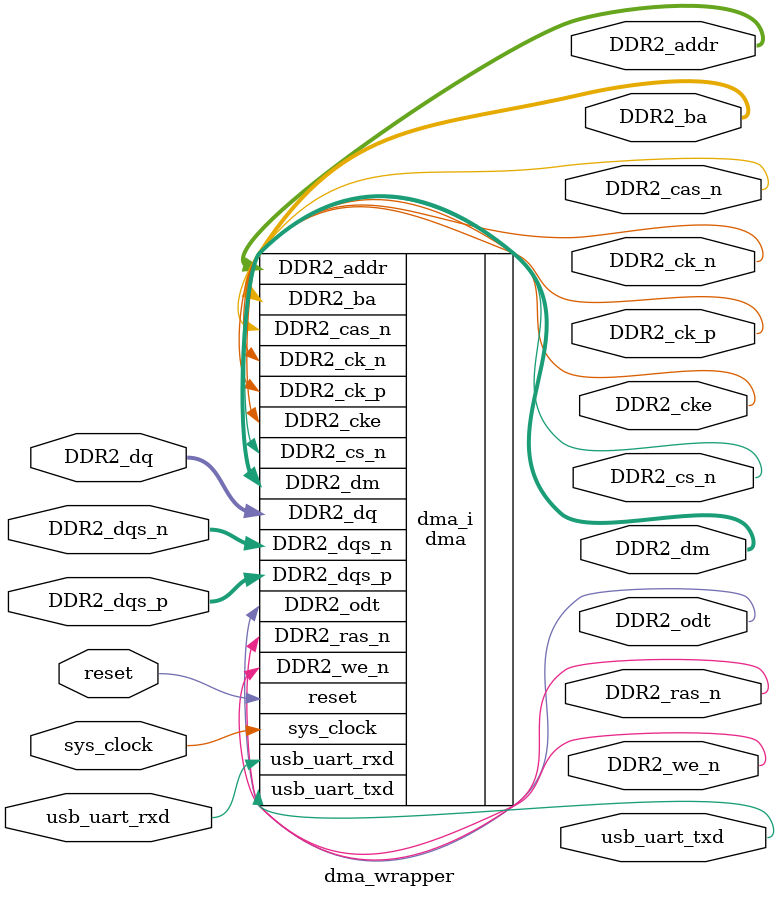
<source format=v>
`timescale 1 ps / 1 ps

module dma_wrapper
   (DDR2_addr,
    DDR2_ba,
    DDR2_cas_n,
    DDR2_ck_n,
    DDR2_ck_p,
    DDR2_cke,
    DDR2_cs_n,
    DDR2_dm,
    DDR2_dq,
    DDR2_dqs_n,
    DDR2_dqs_p,
    DDR2_odt,
    DDR2_ras_n,
    DDR2_we_n,
    reset,
    sys_clock,
    usb_uart_rxd,
    usb_uart_txd);
  output [12:0]DDR2_addr;
  output [2:0]DDR2_ba;
  output DDR2_cas_n;
  output [0:0]DDR2_ck_n;
  output [0:0]DDR2_ck_p;
  output [0:0]DDR2_cke;
  output [0:0]DDR2_cs_n;
  output [1:0]DDR2_dm;
  inout [15:0]DDR2_dq;
  inout [1:0]DDR2_dqs_n;
  inout [1:0]DDR2_dqs_p;
  output [0:0]DDR2_odt;
  output DDR2_ras_n;
  output DDR2_we_n;
  input reset;
  input sys_clock;
  input usb_uart_rxd;
  output usb_uart_txd;

  wire [12:0]DDR2_addr;
  wire [2:0]DDR2_ba;
  wire DDR2_cas_n;
  wire [0:0]DDR2_ck_n;
  wire [0:0]DDR2_ck_p;
  wire [0:0]DDR2_cke;
  wire [0:0]DDR2_cs_n;
  wire [1:0]DDR2_dm;
  wire [15:0]DDR2_dq;
  wire [1:0]DDR2_dqs_n;
  wire [1:0]DDR2_dqs_p;
  wire [0:0]DDR2_odt;
  wire DDR2_ras_n;
  wire DDR2_we_n;
  wire reset;
  wire sys_clock;
  wire usb_uart_rxd;
  wire usb_uart_txd;

  dma dma_i
       (.DDR2_addr(DDR2_addr),
        .DDR2_ba(DDR2_ba),
        .DDR2_cas_n(DDR2_cas_n),
        .DDR2_ck_n(DDR2_ck_n),
        .DDR2_ck_p(DDR2_ck_p),
        .DDR2_cke(DDR2_cke),
        .DDR2_cs_n(DDR2_cs_n),
        .DDR2_dm(DDR2_dm),
        .DDR2_dq(DDR2_dq),
        .DDR2_dqs_n(DDR2_dqs_n),
        .DDR2_dqs_p(DDR2_dqs_p),
        .DDR2_odt(DDR2_odt),
        .DDR2_ras_n(DDR2_ras_n),
        .DDR2_we_n(DDR2_we_n),
        .reset(reset),
        .sys_clock(sys_clock),
        .usb_uart_rxd(usb_uart_rxd),
        .usb_uart_txd(usb_uart_txd));
endmodule

</source>
